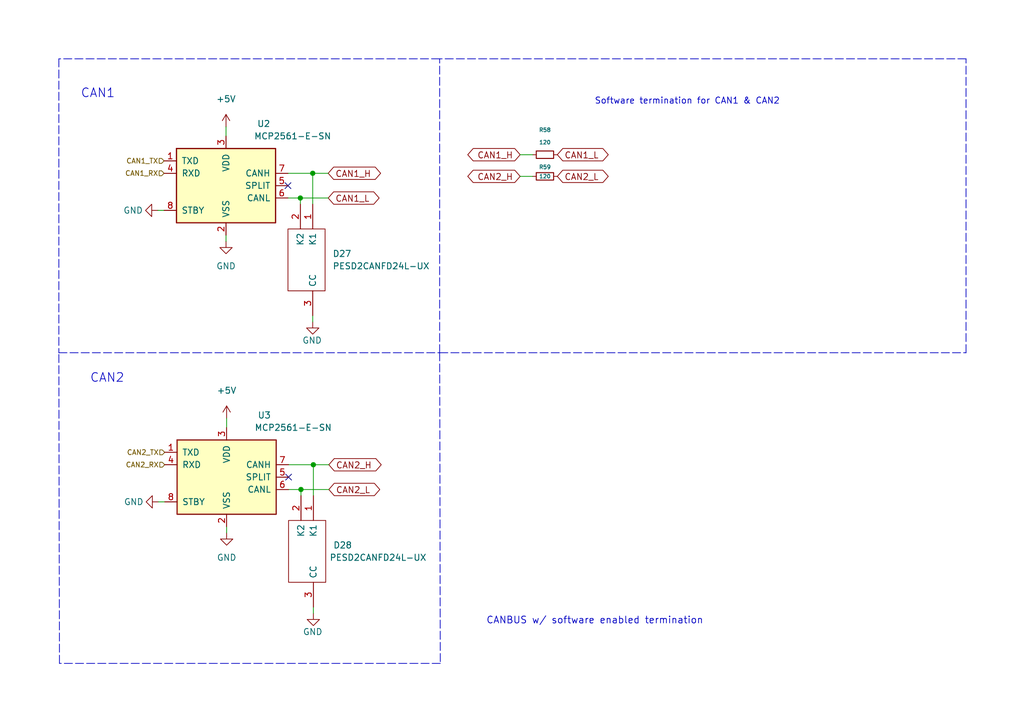
<source format=kicad_sch>
(kicad_sch (version 20211123) (generator eeschema)
  (paper "A5")
  (lib_symbols
    (symbol "Device:R_Small" (pin_numbers hide) (pin_names (offset 0.254) hide)
      (property "Reference" "R" (at 0.762 0.508 0))
      (property "Value" "R_Small" (at 0.762 -1.016 0))
      (symbol "R_Small_0_1"
        (rectangle (start -0.762 1.778) (end 0.762 -1.778) (stroke (width 0.2032)))
      )
      (symbol "R_Small_1_1"
        (pin passive line (at 0 2.54 270) (length 0.762) (name "~") (number "1"))
        (pin passive line (at 0 -2.54 90) (length 0.762) (name "~") (number "2"))
      )
    )
    (symbol "Interface_CAN_LIN:MCP2561-E-SN" (pin_names (offset 1.016))
      (property "Reference" "U" (at -10.16 8.89 0))
      (property "Value" "MCP2561-E-SN" (at 2.54 8.89 0))
      (symbol "MCP2561-E-SN_0_1"
        (rectangle (start -10.16 7.62) (end 10.16 -7.62) (stroke (width 0.254)) (fill (type background)))
      )
      (symbol "MCP2561-E-SN_1_1"
        (pin input line (at -12.7 5.08 0) (length 2.54) (name "TXD") (number "1"))
        (pin power_in line (at 0 -10.16 90) (length 2.54) (name "VSS") (number "2"))
        (pin power_in line (at 0 10.16 270) (length 2.54) (name "VDD") (number "3"))
        (pin output line (at -12.7 2.54 0) (length 2.54) (name "RXD") (number "4"))
        (pin passive line (at 12.7 0 180) (length 2.54) (name "SPLIT") (number "5"))
        (pin bidirectional line (at 12.7 -2.54 180) (length 2.54) (name "CANL") (number "6"))
        (pin bidirectional line (at 12.7 2.54 180) (length 2.54) (name "CANH") (number "7"))
        (pin input line (at -12.7 -5.08 0) (length 2.54) (name "STBY") (number "8"))
      )
    )
    (symbol "pdms_additional:PESD2CANFD24L-UX" (pin_names (offset 0.762))
      (property "Reference" "D" (at 19.05 7.62 0))
      (property "Value" "PESD2CANFD24L-UX" (at 19.05 5.08 0))
      (symbol "PESD2CANFD24L-UX_0_0"
        (pin passive line (at 0 0 0) (length 5.08) (name "K1") (number "1"))
        (pin passive line (at 0 -2.54 0) (length 5.08) (name "K2") (number "2"))
        (pin passive line (at 22.86 0 180) (length 5.08) (name "CC") (number "3"))
      )
      (symbol "PESD2CANFD24L-UX_0_1"
        (polyline (pts (xy 5.08 2.54) (xy 17.78 2.54) (xy 17.78 -5.08) (xy 5.08 -5.08) (xy 5.08 2.54)) (stroke (width 0.1524)))
      )
    )
    (symbol "power:+5V" (power) (pin_names (offset 0))
      (property "Value" "+5V" (at 0 3.556 0))
      (symbol "+5V_0_1"
        (polyline (pts (xy -0.762 1.27) (xy 0 2.54)))
        (polyline (pts (xy 0 0) (xy 0 2.54)))
        (polyline (pts (xy 0 2.54) (xy 0.762 1.27)))
      )
      (symbol "+5V_1_1"
        (pin power_in line (at 0 0 90) (length 0) hide (name "+5V") (number "1"))
      )
    )
    (symbol "power:GND" (power) (pin_names (offset 0))
      (property "Value" "GND" (at 0 -3.81 0))
      (symbol "GND_0_1"
        (polyline (pts (xy 0 0) (xy 0 -1.27) (xy 1.27 -1.27) (xy 0 -2.54) (xy -1.27 -1.27) (xy 0 -1.27)))
      )
      (symbol "GND_1_1"
        (pin power_in line (at 0 0 270) (length 0) hide (name "GND") (number "1"))
      )
    )
  )
  (junction (at 64.262 95.377))
  (junction (at 61.595 40.64))
  (junction (at 61.722 100.457))
  (junction (at 64.135 35.56))
  (no_connect (at 59.055 38.1))
  (no_connect (at 59.182 97.917))
  (polyline (pts (xy 90.17 72.39) (xy 90.297 136.144)))
  (polyline (pts (xy 90.17 72.39) (xy 198.12 72.39)))
  (wire (pts (xy 33.655 43.18) (xy 32.385 43.18)))
  (wire (pts (xy 61.595 40.64) (xy 61.595 41.91)))
  (polyline (pts (xy 198.12 72.39) (xy 198.12 12.065)))
  (polyline (pts (xy 90.17 72.39) (xy 90.17 12.065)))
  (wire (pts (xy 59.182 100.457) (xy 61.722 100.457)))
  (polyline (pts (xy 90.17 12.065) (xy 12.065 12.065)))
  (polyline (pts (xy 12.065 12.065) (xy 12.065 72.39)))
  (wire (pts (xy 64.135 35.56) (xy 67.31 35.56)))
  (wire (pts (xy 106.68 36.195) (xy 109.22 36.195)))
  (wire (pts (xy 59.055 40.64) (xy 61.595 40.64)))
  (wire (pts (xy 46.355 48.26) (xy 46.355 49.53)))
  (wire (pts (xy 64.135 64.77) (xy 64.135 66.04)))
  (wire (pts (xy 59.055 35.56) (xy 64.135 35.56)))
  (wire (pts (xy 46.482 85.852) (xy 46.482 87.757)))
  (wire (pts (xy 64.262 95.377) (xy 64.262 101.727)))
  (polyline (pts (xy 90.297 136.144) (xy 12.192 136.144)))
  (wire (pts (xy 64.262 95.377) (xy 67.437 95.377)))
  (polyline (pts (xy 12.192 136.144) (xy 12.065 72.39)))
  (wire (pts (xy 61.722 100.457) (xy 61.722 101.727)))
  (wire (pts (xy 46.355 26.035) (xy 46.355 27.94)))
  (wire (pts (xy 64.135 35.56) (xy 64.135 41.91)))
  (polyline (pts (xy 12.065 72.39) (xy 90.17 72.39)))
  (wire (pts (xy 59.182 95.377) (xy 64.262 95.377)))
  (wire (pts (xy 64.262 124.587) (xy 64.262 125.857)))
  (wire (pts (xy 46.482 108.077) (xy 46.482 109.347)))
  (wire (pts (xy 106.68 31.75) (xy 109.22 31.75)))
  (polyline (pts (xy 198.12 12.065) (xy 90.17 12.065)))
  (wire (pts (xy 61.595 40.64) (xy 67.31 40.64)))
  (wire (pts (xy 61.722 100.457) (xy 67.437 100.457)))
  (wire (pts (xy 33.782 102.997) (xy 32.512 102.997)))
  (text "Software termination for CAN1 & CAN2\n" (at 121.92 21.59 0) (effects (font (size 1.27 1.27)) (justify left bottom)))
  (text "CANBUS w/ software enabled termination" (at 99.695 128.27 0) (effects (font (size 1.4 1.4)) (justify left bottom)))
  (text "CAN1" (at 16.51 20.32 0) (effects (font (size 1.8 1.8)) (justify left bottom)))
  (text "CAN2" (at 18.415 78.74 0) (effects (font (size 1.8 1.8)) (justify left bottom)))
  (global_label "CAN2_L" (shape bidirectional) (at 114.3 36.195 0) (property "Intersheet References" "${INTERSHEET_REFS}" (effects hide)))
  (global_label "CAN2_H" (shape bidirectional) (at 106.68 36.195 180) (property "Intersheet References" "${INTERSHEET_REFS}" (effects hide)))
  (global_label "CAN1_L" (shape bidirectional) (at 114.3 31.75 0) (property "Intersheet References" "${INTERSHEET_REFS}" (effects hide)))
  (global_label "CAN1_H" (shape bidirectional) (at 106.68 31.75 180) (property "Intersheet References" "${INTERSHEET_REFS}" (effects hide)))
  (global_label "CAN2_H" (shape bidirectional) (at 67.437 95.377 0) (property "Intersheet References" "${INTERSHEET_REFS}" (effects hide)))
  (global_label "CAN1_L" (shape bidirectional) (at 67.31 40.64 0) (property "Intersheet References" "${INTERSHEET_REFS}" (effects hide)))
  (global_label "CAN1_H" (shape bidirectional) (at 67.31 35.56 0) (property "Intersheet References" "${INTERSHEET_REFS}" (effects hide)))
  (global_label "CAN2_L" (shape bidirectional) (at 67.437 100.457 0) (property "Intersheet References" "${INTERSHEET_REFS}" (effects hide)))
  (hierarchical_label "CAN2_TX" (shape input) (at 33.782 92.837 180) (effects (font (size 1.016 1.016))))
  (hierarchical_label "CAN1_TX" (shape input) (at 33.655 33.02 180) (effects (font (size 1.016 1.016))))
  (hierarchical_label "CAN1_RX" (shape input) (at 33.655 35.56 180) (effects (font (size 1.016 1.016))))
  (hierarchical_label "CAN2_RX" (shape input) (at 33.782 95.377 180) (effects (font (size 1.016 1.016))))
  (symbol (lib_id "power:GND") (at 64.262 125.857 0) (mirror y) (unit 1)
    (property "Reference" "#PWR0278" (effects hide))
    (property "Value" "GND" (at 64.135 129.667 0))
  )
  (symbol (lib_id "power:GND") (at 64.135 66.04 0) (mirror y) (unit 1)
    (property "Reference" "#PWR0277" (effects hide))
    (property "Value" "GND" (at 64.008 69.85 0))
  )
  (symbol (lib_id "pdms_additional:PESD2CANFD24L-UX") (at 64.262 101.727 270) (unit 1)
    (property "Reference" "D28" (at 68.326 111.8869 90) (effects (justify left)))
    (property "Value" "PESD2CANFD24L-UX" (at 67.564 114.427 90) (effects (justify left)))
    (property "Datasheet" "https://assets.nexperia.com/documents/data-sheet/PESD2CANFD24L-U.pdf" (effects hide))
    (property "Description" "PESD2CANFD24L-U - ESD protection for In-vehicle networks" (effects hide))
    (property "Height" "1.1" (effects hide))
    (property "Manufacturer_Name" "Nexperia" (effects hide))
    (property "Manufacturer_Part_Number" "PESD2CANFD24L-UX" (effects hide))
    (property "Mouser Part Number" "771-PESD2CANFD24L-UX" (effects hide))
    (property "Mouser Price/Stock" "https://www.mouser.co.uk/ProductDetail/Nexperia/PESD2CANFD24L-UX?qs=sPbYRqrBIVnB5Z4FrS5%2FgA%3D%3D" (effects hide))
    (property "Arrow Part Number" "PESD2CANFD24L-UX" (effects hide))
    (property "Arrow Price/Stock" "https://www.arrow.com/en/products/pesd2canfd24l-ux/nexperia?region=nac" (effects hide))
  )
  (symbol (lib_id "power:+5V") (at 46.355 26.035 0) (mirror y) (unit 1)
    (property "Reference" "#PWR0226" (effects hide))
    (property "Value" "+5V" (at 46.355 20.32 0))
  )
  (symbol (lib_id "power:GND") (at 46.355 49.53 0) (mirror y) (unit 1)
    (property "Reference" "#PWR0227" (effects hide))
    (property "Value" "GND" (at 46.355 54.61 0))
  )
  (symbol (lib_id "Interface_CAN_LIN:MCP2561-E-SN") (at 46.355 38.1 0) (unit 1)
    (property "Reference" "U2" (at 52.705 25.4 0) (effects (justify left)))
    (property "Value" "MCP2561-E-SN" (at 52.07 27.94 0) (effects (justify left)))
    (property "Footprint" "Package_SO:SOIC-8_3.9x4.9mm_P1.27mm" (effects hide))
    (property "Datasheet" "http://ww1.microchip.com/downloads/en/DeviceDoc/25167A.pdf" (effects hide))
  )
  (symbol (lib_id "Device:R_Small") (at 111.76 36.195 270) (unit 1)
    (property "Reference" "R59" (at 111.76 34.29 90) (effects (font (size 0.8 0.8))))
    (property "Value" "120" (at 111.76 36.195 90) (effects (font (size 0.8 0.8))))
    (property "Footprint" "Resistor_SMD:R_0402_1005Metric_Pad0.72x0.64mm_HandSolder" (effects hide))
  )
  (symbol (lib_id "power:GND") (at 32.512 102.997 270) (mirror x) (unit 1)
    (property "Reference" "#PWR0229" (effects hide))
    (property "Value" "GND" (at 27.432 102.997 90))
  )
  (symbol (lib_id "power:+5V") (at 46.482 85.852 0) (mirror y) (unit 1)
    (property "Reference" "#PWR0228" (effects hide))
    (property "Value" "+5V" (at 46.482 80.137 0))
  )
  (symbol (lib_id "pdms_additional:PESD2CANFD24L-UX") (at 64.135 41.91 270) (unit 1)
    (property "Reference" "D27" (at 68.199 52.0699 90) (effects (justify left)))
    (property "Value" "PESD2CANFD24L-UX" (at 68.199 54.6099 90) (effects (justify left)))
    (property "Datasheet" "https://assets.nexperia.com/documents/data-sheet/PESD2CANFD24L-U.pdf" (effects hide))
    (property "Description" "PESD2CANFD24L-U - ESD protection for In-vehicle networks" (effects hide))
    (property "Height" "1.1" (effects hide))
    (property "Manufacturer_Name" "Nexperia" (effects hide))
    (property "Manufacturer_Part_Number" "PESD2CANFD24L-UX" (effects hide))
    (property "Mouser Part Number" "771-PESD2CANFD24L-UX" (effects hide))
    (property "Mouser Price/Stock" "https://www.mouser.co.uk/ProductDetail/Nexperia/PESD2CANFD24L-UX?qs=sPbYRqrBIVnB5Z4FrS5%2FgA%3D%3D" (effects hide))
    (property "Arrow Part Number" "PESD2CANFD24L-UX" (effects hide))
    (property "Arrow Price/Stock" "https://www.arrow.com/en/products/pesd2canfd24l-ux/nexperia?region=nac" (effects hide))
  )
  (symbol (lib_id "power:GND") (at 32.385 43.18 270) (mirror x) (unit 1)
    (property "Reference" "#PWR0225" (effects hide))
    (property "Value" "GND" (at 27.305 43.18 90))
  )
  (symbol (lib_id "Interface_CAN_LIN:MCP2561-E-SN") (at 46.482 97.917 0) (unit 1)
    (property "Reference" "U3" (at 52.832 85.217 0) (effects (justify left)))
    (property "Value" "MCP2561-E-SN" (at 52.197 87.757 0) (effects (justify left)))
    (property "Footprint" "Package_SO:SOIC-8_3.9x4.9mm_P1.27mm" (effects hide))
    (property "Datasheet" "http://ww1.microchip.com/downloads/en/DeviceDoc/25167A.pdf" (effects hide))
  )
  (symbol (lib_id "Device:R_Small") (at 111.76 31.75 90) (unit 1)
    (property "Reference" "R58" (at 111.76 26.67 90) (effects (font (size 0.8 0.8))))
    (property "Value" "120" (at 111.76 29.21 90) (effects (font (size 0.8 0.8))))
    (property "Footprint" "Resistor_SMD:R_0402_1005Metric_Pad0.72x0.64mm_HandSolder" (effects hide))
  )
  (symbol (lib_id "power:GND") (at 46.482 109.347 0) (mirror y) (unit 1)
    (property "Reference" "#PWR0230" (effects hide))
    (property "Value" "GND" (at 46.482 114.427 0))
  )
)
</source>
